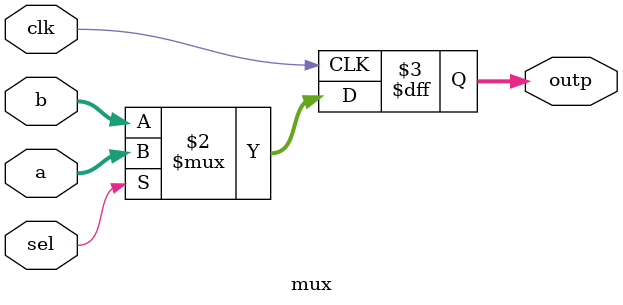
<source format=v>
module mux(a,b,sel,outp,clk);

    input [3:0] a;
    input [3:0] b;
    input sel;
    output reg [3:0] outp;
    
    input clk;

    //assign clk = 0;

    always @(posedge clk) begin
        outp <= sel ? a : b;
    end

endmodule

</source>
